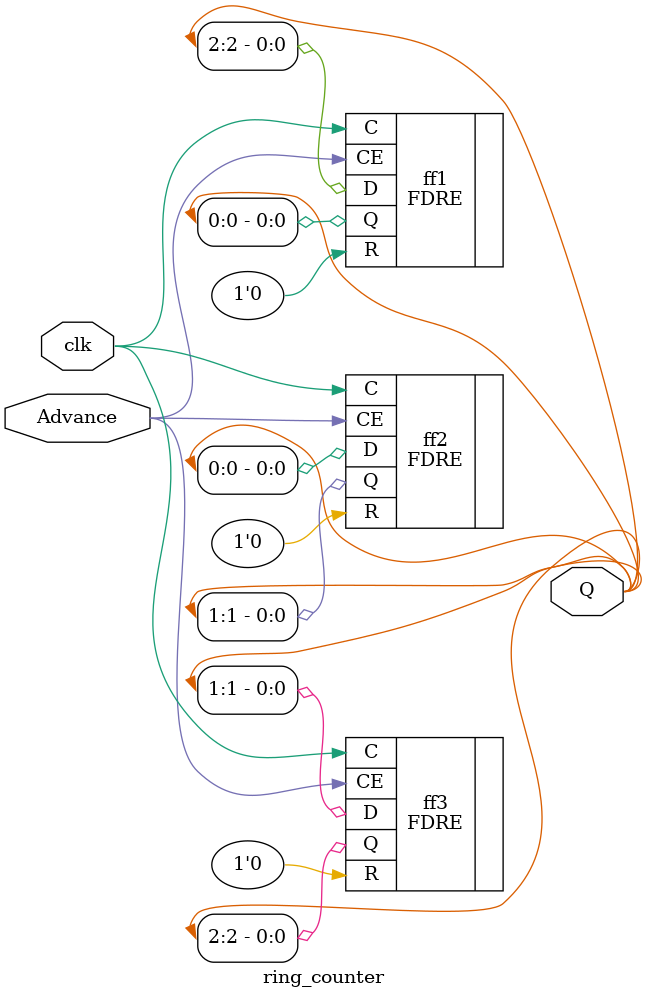
<source format=v>
`timescale 1ns / 1ps


module ring_counter(
    input clk,
    input Advance,
    output [2:0] Q
    );
            
    FDRE  #(.INIT(1'b0) ) ff1 (.C(clk), .R(1'b0), .CE(Advance), .D(Q[2]), .Q(Q[0]));
    FDRE  #(.INIT(1'b0) ) ff2 (.C(clk), .R(1'b0), .CE(Advance), .D(Q[0]), .Q(Q[1]));
    FDRE  #(.INIT(1'b1) ) ff3 (.C(clk), .R(1'b0), .CE(Advance), .D(Q[1]), .Q(Q[2]));
        
endmodule

</source>
